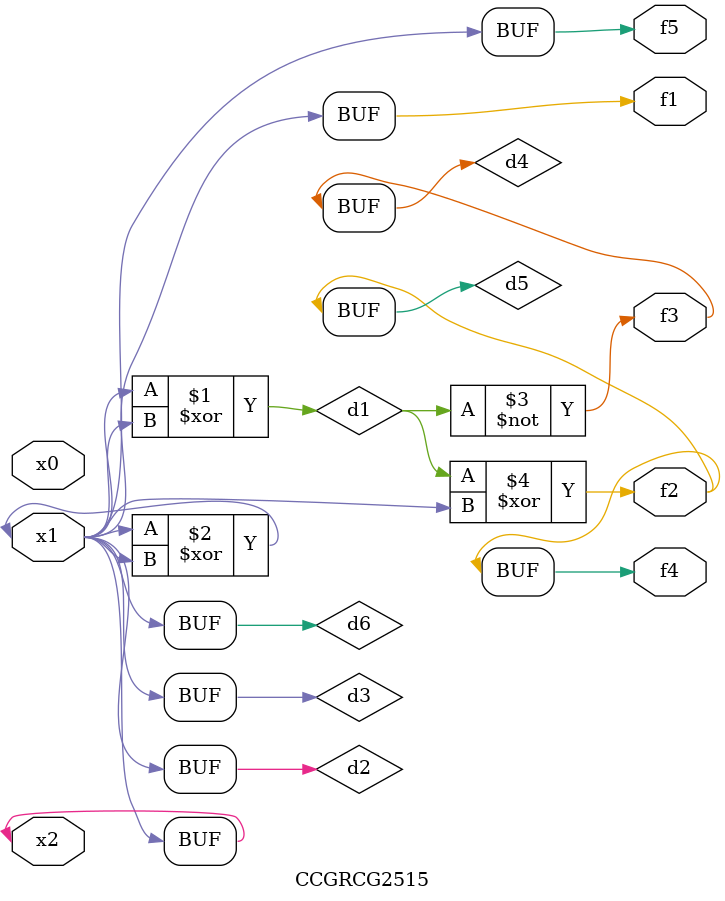
<source format=v>
module CCGRCG2515(
	input x0, x1, x2,
	output f1, f2, f3, f4, f5
);

	wire d1, d2, d3, d4, d5, d6;

	xor (d1, x1, x2);
	buf (d2, x1, x2);
	xor (d3, x1, x2);
	nor (d4, d1);
	xor (d5, d1, d2);
	buf (d6, d2, d3);
	assign f1 = d6;
	assign f2 = d5;
	assign f3 = d4;
	assign f4 = d5;
	assign f5 = d6;
endmodule

</source>
